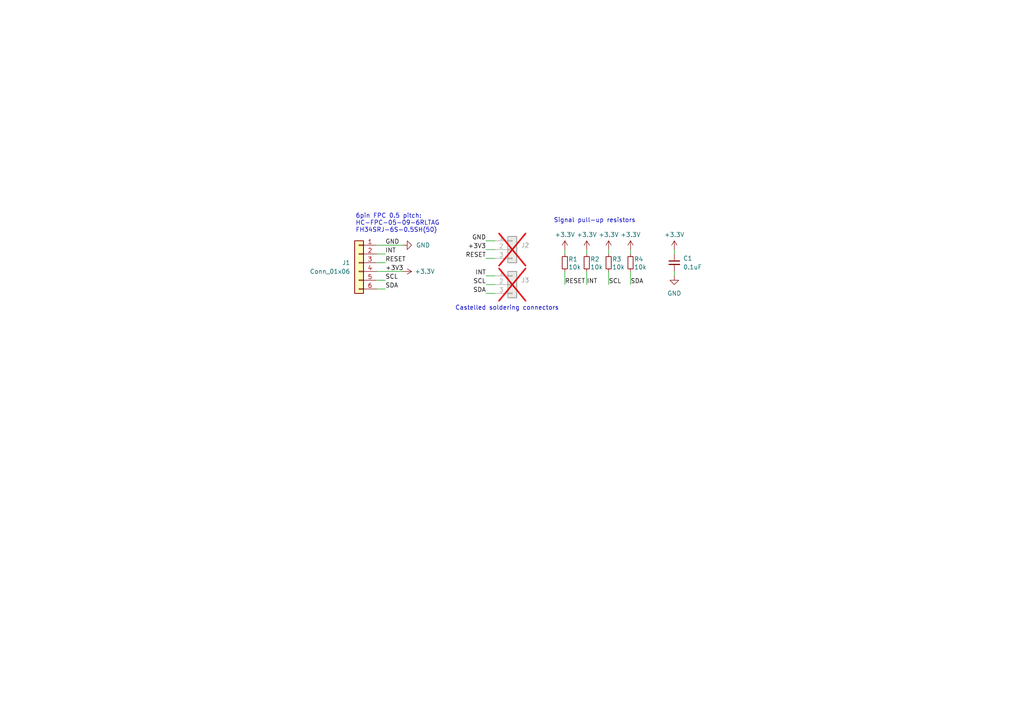
<source format=kicad_sch>
(kicad_sch (version 20231120) (generator "eeschema") (generator_version "8.0")
  (paper "A4")
  (lib_symbols
    (symbol "Connector_Generic:Conn_01x03" (pin_names (offset 1.016) hide)
      (property "Reference" "J" (at 0 5.08 0))
      (property "Value" "Conn_01x03" (at 0 -5.08 0))
      (symbol "Conn_01x03_1_1"
        (rectangle (start -1.27 -2.413) (end 0 -2.667) (stroke (width 0.1524)))
        (rectangle (start -1.27 0.127) (end 0 -0.127) (stroke (width 0.1524)))
        (rectangle (start -1.27 2.667) (end 0 2.413) (stroke (width 0.1524)))
        (rectangle (start -1.27 3.81) (end 1.27 -3.81) (stroke (width 0.254)) (fill (type background)))
        (pin passive line (at -5.08 2.54 0) (length 3.81) (name "Pin_1") (number "1"))
        (pin passive line (at -5.08 0 0) (length 3.81) (name "Pin_2") (number "2"))
        (pin passive line (at -5.08 -2.54 0) (length 3.81) (name "Pin_3") (number "3"))
      )
    )
    (symbol "Connector_Generic:Conn_01x06" (pin_names (offset 1.016) hide)
      (property "Reference" "J" (at 0 7.62 0))
      (property "Value" "Conn_01x06" (at 0 -10.16 0))
      (symbol "Conn_01x06_1_1"
        (rectangle (start -1.27 -7.493) (end 0 -7.747) (stroke (width 0.1524)))
        (rectangle (start -1.27 -4.953) (end 0 -5.207) (stroke (width 0.1524)))
        (rectangle (start -1.27 -2.413) (end 0 -2.667) (stroke (width 0.1524)))
        (rectangle (start -1.27 0.127) (end 0 -0.127) (stroke (width 0.1524)))
        (rectangle (start -1.27 2.667) (end 0 2.413) (stroke (width 0.1524)))
        (rectangle (start -1.27 5.207) (end 0 4.953) (stroke (width 0.1524)))
        (rectangle (start -1.27 6.35) (end 1.27 -8.89) (stroke (width 0.254)) (fill (type background)))
        (pin passive line (at -5.08 5.08 0) (length 3.81) (name "Pin_1") (number "1"))
        (pin passive line (at -5.08 2.54 0) (length 3.81) (name "Pin_2") (number "2"))
        (pin passive line (at -5.08 0 0) (length 3.81) (name "Pin_3") (number "3"))
        (pin passive line (at -5.08 -2.54 0) (length 3.81) (name "Pin_4") (number "4"))
        (pin passive line (at -5.08 -5.08 0) (length 3.81) (name "Pin_5") (number "5"))
        (pin passive line (at -5.08 -7.62 0) (length 3.81) (name "Pin_6") (number "6"))
      )
    )
    (symbol "Device:C_Small" (pin_numbers hide) (pin_names (offset 0.254) hide)
      (property "Reference" "C" (at 0.254 1.778 0))
      (property "Value" "C_Small" (at 0.254 -2.032 0))
      (symbol "C_Small_0_1"
        (polyline (pts (xy -1.524 -0.508) (xy 1.524 -0.508)) (stroke (width 0.3302)))
        (polyline (pts (xy -1.524 0.508) (xy 1.524 0.508)) (stroke (width 0.3048)))
      )
      (symbol "C_Small_1_1"
        (pin passive line (at 0 2.54 270) (length 2.032) (name "~") (number "1"))
        (pin passive line (at 0 -2.54 90) (length 2.032) (name "~") (number "2"))
      )
    )
    (symbol "Device:R_Small" (pin_numbers hide) (pin_names (offset 0.254) hide)
      (property "Reference" "R" (at 0.762 0.508 0))
      (property "Value" "R_Small" (at 0.762 -1.016 0))
      (symbol "R_Small_0_1"
        (rectangle (start -0.762 1.778) (end 0.762 -1.778) (stroke (width 0.2032)))
      )
      (symbol "R_Small_1_1"
        (pin passive line (at 0 2.54 270) (length 0.762) (name "~") (number "1"))
        (pin passive line (at 0 -2.54 90) (length 0.762) (name "~") (number "2"))
      )
    )
    (symbol "power:+3.3V" (power) (pin_names (offset 0))
      (property "Value" "+3.3V" (at 0 3.556 0))
      (symbol "+3.3V_0_1"
        (polyline (pts (xy -0.762 1.27) (xy 0 2.54)))
        (polyline (pts (xy 0 0) (xy 0 2.54)))
        (polyline (pts (xy 0 2.54) (xy 0.762 1.27)))
      )
      (symbol "+3.3V_1_1"
        (pin power_in line (at 0 0 90) (length 0) hide (name "+3.3V") (number "1"))
      )
    )
    (symbol "power:GND" (power) (pin_names (offset 0))
      (property "Value" "GND" (at 0 -3.81 0))
      (symbol "GND_0_1"
        (polyline (pts (xy 0 0) (xy 0 -1.27) (xy 1.27 -1.27) (xy 0 -2.54) (xy -1.27 -1.27) (xy 0 -1.27)))
      )
      (symbol "GND_1_1"
        (pin power_in line (at 0 0 270) (length 0) hide (name "GND") (number "1"))
      )
    )
  )
  (wire (pts (xy 140.97 82.55) (xy 143.51 82.55)))
  (wire (pts (xy 109.22 81.28) (xy 111.76 81.28)))
  (wire (pts (xy 109.22 71.12) (xy 116.84 71.12)))
  (wire (pts (xy 176.53 78.74) (xy 176.53 82.55)))
  (wire (pts (xy 163.83 72.39) (xy 163.83 73.66)))
  (wire (pts (xy 195.58 78.74) (xy 195.58 80.01)))
  (wire (pts (xy 109.22 78.74) (xy 116.84 78.74)))
  (wire (pts (xy 182.88 78.74) (xy 182.88 82.55)))
  (wire (pts (xy 140.97 69.85) (xy 143.51 69.85)))
  (wire (pts (xy 170.18 78.74) (xy 170.18 82.55)))
  (wire (pts (xy 182.88 72.39) (xy 182.88 73.66)))
  (wire (pts (xy 140.97 72.39) (xy 143.51 72.39)))
  (wire (pts (xy 163.83 78.74) (xy 163.83 82.55)))
  (wire (pts (xy 140.97 85.09) (xy 143.51 85.09)))
  (wire (pts (xy 195.58 72.39) (xy 195.58 73.66)))
  (wire (pts (xy 140.97 80.01) (xy 143.51 80.01)))
  (wire (pts (xy 109.22 76.2) (xy 111.76 76.2)))
  (wire (pts (xy 109.22 83.82) (xy 111.76 83.82)))
  (wire (pts (xy 140.97 74.93) (xy 143.51 74.93)))
  (wire (pts (xy 109.22 73.66) (xy 111.76 73.66)))
  (wire (pts (xy 170.18 72.39) (xy 170.18 73.66)))
  (wire (pts (xy 176.53 72.39) (xy 176.53 73.66)))
  (text "Signal pull-up resistors\n" (at 172.466 64.008 0) (effects (font (size 1.27 1.27))))
  (text "6pin FPC 0.5 pitch:\nHC-FPC-05-09-6RLTAG\nFH34SRJ-6S-0.5SH(50)" (at 103.124 64.77 0) (effects (font (size 1.27 1.27)) (justify left)))
  (text "Castelled soldering connectors" (at 147.066 89.408 0) (effects (font (size 1.27 1.27))))
  (label "+3V3" (at 140.97 72.39 180))
  (label "INT" (at 170.18 82.55 0))
  (label "SDA" (at 182.88 82.55 0))
  (label "RESET" (at 163.83 82.55 0))
  (label "SCL" (at 111.76 81.28 0))
  (label "INT" (at 140.97 80.01 180))
  (label "RESET" (at 111.76 76.2 0))
  (label "SCL" (at 140.97 82.55 180))
  (label "RESET" (at 140.97 74.93 180))
  (label "INT" (at 111.76 73.66 0))
  (label "+3V3" (at 111.76 78.74 0))
  (label "SDA" (at 111.76 83.82 0))
  (label "SCL" (at 176.53 82.55 0))
  (label "GND" (at 140.97 69.85 180))
  (label "GND" (at 111.76 71.12 0))
  (label "SDA" (at 140.97 85.09 180))
  (symbol (lib_id "power:+3.3V") (at 170.18 72.39 0) (unit 1)
    (property "Reference" "#PWR04" (effects (hide yes)))
    (property "Value" "+3.3V" (at 170.18 68.072 0))
  )
  (symbol (lib_id "Device:R_Small") (at 182.88 76.2 0) (unit 1)
    (property "Reference" "R4" (at 183.896 75.184 0) (effects (justify left)))
    (property "Value" "10k" (at 183.896 77.47 0) (effects (justify left)))
    (property "Footprint" "Resistor_SMD:R_0402_1005Metric" (effects (hide yes)))
    (property "Datasheet" "https://www.lcsc.com/product-detail/Chip-Resistor-Surface-Mount_FOJAN-FRC0402J103-TS_C2906885.html" (effects (hide yes)))
    (property "Description" "Resistor, small symbol" (effects (hide yes)))
    (property "LCSC Part #" "C2906885" (effects (hide yes)))
  )
  (symbol (lib_id "power:GND") (at 116.84 71.12 90) (unit 1)
    (property "Reference" "#PWR01" (effects (hide yes)))
    (property "Value" "GND" (at 120.65 71.1199 90) (effects (justify right)))
  )
  (symbol (lib_id "Device:R_Small") (at 176.53 76.2 0) (unit 1)
    (property "Reference" "R3" (at 177.546 75.184 0) (effects (justify left)))
    (property "Value" "10k" (at 177.546 77.47 0) (effects (justify left)))
    (property "Footprint" "Resistor_SMD:R_0402_1005Metric" (effects (hide yes)))
    (property "Datasheet" "https://www.lcsc.com/product-detail/Chip-Resistor-Surface-Mount_FOJAN-FRC0402J103-TS_C2906885.html" (effects (hide yes)))
    (property "Description" "Resistor, small symbol" (effects (hide yes)))
    (property "LCSC Part #" "C2906885" (effects (hide yes)))
  )
  (symbol (lib_id "Connector_Generic:Conn_01x03") (at 148.59 82.55 0) (unit 1) (dnp yes)
    (property "Reference" "J3" (at 151.13 81.2799 0) (effects (justify left)))
    (property "Value" "Conn_01x03" (effects (hide yes)))
    (property "Footprint" "Connector_castelled:Connector_Castelled_3pin_2.54mm_withVIA" (effects (hide yes)))
    (property "Description" "Generic connector, single row, 01x03, script generated (kicad-library-utils/schlib/autogen/connector/)" (effects (hide yes)))
  )
  (symbol (lib_id "power:+3.3V") (at 195.58 72.39 0) (unit 1)
    (property "Reference" "#PWR07" (effects (hide yes)))
    (property "Value" "+3.3V" (at 195.58 68.072 0))
  )
  (symbol (lib_id "power:+3.3V") (at 182.88 72.39 0) (unit 1)
    (property "Reference" "#PWR06" (effects (hide yes)))
    (property "Value" "+3.3V" (at 182.88 68.072 0))
  )
  (symbol (lib_id "power:+3.3V") (at 163.83 72.39 0) (unit 1)
    (property "Reference" "#PWR03" (effects (hide yes)))
    (property "Value" "+3.3V" (at 163.83 68.072 0))
  )
  (symbol (lib_id "Device:R_Small") (at 170.18 76.2 0) (unit 1)
    (property "Reference" "R2" (at 171.196 75.184 0) (effects (justify left)))
    (property "Value" "10k" (at 171.196 77.47 0) (effects (justify left)))
    (property "Footprint" "Resistor_SMD:R_0402_1005Metric" (effects (hide yes)))
    (property "Datasheet" "https://www.lcsc.com/product-detail/Chip-Resistor-Surface-Mount_FOJAN-FRC0402J103-TS_C2906885.html" (effects (hide yes)))
    (property "Description" "Resistor, small symbol" (effects (hide yes)))
    (property "LCSC Part #" "C2906885" (effects (hide yes)))
  )
  (symbol (lib_id "Connector_Generic:Conn_01x06") (at 104.14 76.2 0) (mirror y) (unit 1)
    (property "Reference" "J1" (at 101.6 76.1999 0) (effects (justify left)))
    (property "Value" "Conn_01x06" (at 101.6 78.7399 0) (effects (justify left)))
    (property "Footprint" "FH34SRJ-6S-0.5SH_50:HRS_FH34SRJ-6S-0.5SH_50_" (effects (hide yes)))
    (property "Datasheet" "https://www.lcsc.com/product-detail/FFC-FPC-Connectors_HCTL-HC-FPC-05-09-6RLTAG_C5213748.html" (effects (hide yes)))
    (property "Description" "Generic connector, single row, 01x06, script generated (kicad-library-utils/schlib/autogen/connector/)" (effects (hide yes)))
    (property "LCSC Part #" "C5213748" (effects (hide yes)))
  )
  (symbol (lib_id "Device:R_Small") (at 163.83 76.2 0) (unit 1)
    (property "Reference" "R1" (at 164.846 75.184 0) (effects (justify left)))
    (property "Value" "10k" (at 164.846 77.47 0) (effects (justify left)))
    (property "Footprint" "Resistor_SMD:R_0402_1005Metric" (effects (hide yes)))
    (property "Datasheet" "https://www.lcsc.com/product-detail/Chip-Resistor-Surface-Mount_FOJAN-FRC0402J103-TS_C2906885.html" (effects (hide yes)))
    (property "Description" "Resistor, small symbol" (effects (hide yes)))
    (property "LCSC Part #" "C2906885" (effects (hide yes)))
  )
  (symbol (lib_id "power:+3.3V") (at 176.53 72.39 0) (unit 1)
    (property "Reference" "#PWR05" (effects (hide yes)))
    (property "Value" "+3.3V" (at 176.53 68.072 0))
  )
  (symbol (lib_id "Connector_Generic:Conn_01x03") (at 148.59 72.39 0) (unit 1) (dnp yes)
    (property "Reference" "J2" (at 151.13 71.1199 0) (effects (justify left)))
    (property "Value" "Conn_01x03" (effects (hide yes)))
    (property "Footprint" "Connector_castelled:Connector_Castelled_3pin_2.54mm_withVIA" (effects (hide yes)))
    (property "Description" "Generic connector, single row, 01x03, script generated (kicad-library-utils/schlib/autogen/connector/)" (effects (hide yes)))
  )
  (symbol (lib_id "power:GND") (at 195.58 80.01 0) (unit 1)
    (property "Reference" "#PWR08" (effects (hide yes)))
    (property "Value" "GND" (at 195.58 85.09 0))
  )
  (symbol (lib_id "power:+3.3V") (at 116.84 78.74 270) (unit 1)
    (property "Reference" "#PWR02" (effects (hide yes)))
    (property "Value" "+3.3V" (at 123.19 78.74 90))
  )
  (symbol (lib_id "Device:C_Small") (at 195.58 76.2 0) (unit 1)
    (property "Reference" "C1" (at 198.12 74.9362 0) (effects (justify left)))
    (property "Value" "0.1uF" (at 198.12 77.4762 0) (effects (justify left)))
    (property "Footprint" "Capacitor_SMD:C_0402_1005Metric" (effects (hide yes)))
    (property "Datasheet" "https://www.lcsc.com/product-detail/Multilayer-Ceramic-Capacitors-MLCC-SMD-SMT_CCTC-TCC0402X7R104M500AT_C5142567.html" (effects (hide yes)))
    (property "Description" "Unpolarized capacitor, small symbol" (effects (hide yes)))
    (property "LCSC Part #" "C5142567" (effects (hide yes)))
  )
)
</source>
